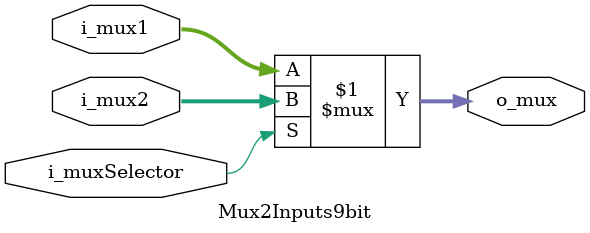
<source format=v>
`timescale 1ns / 1ps

module Mux2Inputs9bit
#(
    parameter               N_BUS   	    = 12
)
(
    input                   i_muxSelector,
    input   [N_BUS-1:0]     i_mux1,
    input   [N_BUS-1:0]     i_mux2,
    output  [N_BUS-1:0]     o_mux
);

    assign  o_mux = i_muxSelector   ?   i_mux2  :   i_mux1;
endmodule


</source>
